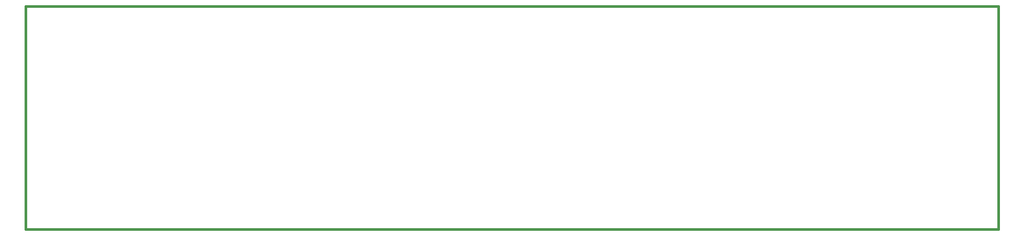
<source format=gbr>
G04 (created by PCBNEW (2013-06-11 BZR 4021)-stable) date Tue 16 Jul 2013 06:26:29 PM CDT*
%MOIN*%
G04 Gerber Fmt 3.4, Leading zero omitted, Abs format*
%FSLAX34Y34*%
G01*
G70*
G90*
G04 APERTURE LIST*
%ADD10C,0.00590551*%
%ADD11C,0.015*%
G04 APERTURE END LIST*
G54D10*
G54D11*
X73250Y-25250D02*
X11250Y-25250D01*
X11250Y-39500D02*
X73250Y-39500D01*
X73250Y-39500D02*
X73250Y-25250D01*
X11250Y-25250D02*
X11250Y-39500D01*
M02*

</source>
